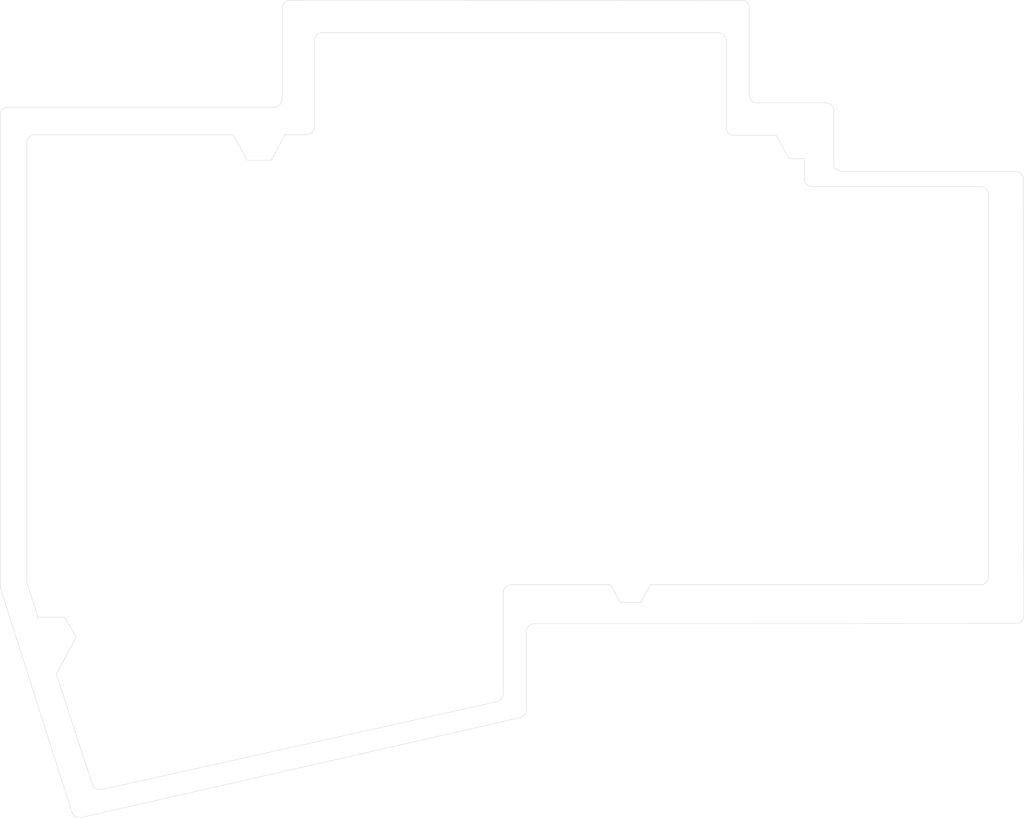
<source format=kicad_pcb>
(kicad_pcb
	(version 20241229)
	(generator "pcbnew")
	(generator_version "9.0")
	(general
		(thickness 1.6)
		(legacy_teardrops no)
	)
	(paper "A4")
	(layers
		(0 "F.Cu" signal)
		(2 "B.Cu" signal)
		(9 "F.Adhes" user "F.Adhesive")
		(11 "B.Adhes" user "B.Adhesive")
		(13 "F.Paste" user)
		(15 "B.Paste" user)
		(5 "F.SilkS" user "F.Silkscreen")
		(7 "B.SilkS" user "B.Silkscreen")
		(1 "F.Mask" user)
		(3 "B.Mask" user)
		(17 "Dwgs.User" user "User.Drawings")
		(19 "Cmts.User" user "User.Comments")
		(21 "Eco1.User" user "User.Eco1")
		(23 "Eco2.User" user "User.Eco2")
		(25 "Edge.Cuts" user)
		(27 "Margin" user)
		(31 "F.CrtYd" user "F.Courtyard")
		(29 "B.CrtYd" user "B.Courtyard")
		(35 "F.Fab" user)
		(33 "B.Fab" user)
		(39 "User.1" user)
		(41 "User.2" user)
		(43 "User.3" user)
		(45 "User.4" user)
	)
	(setup
		(pad_to_mask_clearance 0)
		(allow_soldermask_bridges_in_footprints no)
		(tenting front back)
		(pcbplotparams
			(layerselection 0x00000000_00000000_55555555_57555570)
			(plot_on_all_layers_selection 0x00000000_00000000_00000000_02000000)
			(disableapertmacros no)
			(usegerberextensions no)
			(usegerberattributes yes)
			(usegerberadvancedattributes yes)
			(creategerberjobfile no)
			(dashed_line_dash_ratio 12.000000)
			(dashed_line_gap_ratio 3.000000)
			(svgprecision 4)
			(plotframeref no)
			(mode 1)
			(useauxorigin no)
			(hpglpennumber 1)
			(hpglpenspeed 20)
			(hpglpendiameter 15.000000)
			(pdf_front_fp_property_popups yes)
			(pdf_back_fp_property_popups yes)
			(pdf_metadata yes)
			(pdf_single_document no)
			(dxfpolygonmode yes)
			(dxfimperialunits yes)
			(dxfusepcbnewfont yes)
			(psnegative no)
			(psa4output no)
			(plot_black_and_white yes)
			(plotinvisibletext no)
			(sketchpadsonfab no)
			(plotpadnumbers no)
			(hidednponfab no)
			(sketchdnponfab yes)
			(crossoutdnponfab yes)
			(subtractmaskfromsilk no)
			(outputformat 4)
			(mirror no)
			(drillshape 0)
			(scaleselection 1)
			(outputdirectory "../order_anymany/")
		)
	)
	(net 0 "")
	(gr_line
		(start 78.365651 61.1375)
		(end 44.965858 61.1375)
		(stroke
			(width 0.05)
			(type default)
		)
		(layer "Edge.Cuts")
		(uuid "00595814-4d6b-4d9a-a446-f5e6d3e638c3")
	)
	(gr_arc
		(start 149.6 69.2)
		(mid 148.892893 68.907107)
		(end 148.6 68.2)
		(stroke
			(width 0.05)
			(type default)
		)
		(layer "Edge.Cuts")
		(uuid "04274d0d-b19e-47d3-8b75-6b1a320b0067")
	)
	(gr_line
		(start 143 67.6)
		(end 144.9 67.6)
		(stroke
			(width 0.05)
			(type default)
		)
		(layer "Edge.Cuts")
		(uuid "04f26966-d356-4db1-931a-dc4775e4481c")
	)
	(gr_line
		(start 80.36523 47.737079)
		(end 136.999574 47.712933)
		(stroke
			(width 0.05)
			(type default)
		)
		(layer "Edge.Cuts")
		(uuid "0b00b1b0-4b65-462b-9b30-dcdd126b3533")
	)
	(gr_line
		(start 167 71.1)
		(end 145.9 71.1)
		(stroke
			(width 0.05)
			(type default)
		)
		(layer "Edge.Cuts")
		(uuid "14fdef0c-7c9e-4ba6-ae35-6692fa7662f7")
	)
	(gr_line
		(start 78 67.8)
		(end 79.7 64.6)
		(stroke
			(width 0.05)
			(type default)
		)
		(layer "Edge.Cuts")
		(uuid "1675cb08-a62d-4ff7-acee-07a5aae5b71d")
	)
	(gr_line
		(start 121.8 123.3)
		(end 124.4 123.3)
		(stroke
			(width 0.05)
			(type default)
		)
		(layer "Edge.Cuts")
		(uuid "1c67ab4b-1c96-42d7-a8da-6917ee434cff")
	)
	(gr_line
		(start 83.4 52.8)
		(end 83.4 63.6)
		(stroke
			(width 0.05)
			(type default)
		)
		(layer "Edge.Cuts")
		(uuid "21f31455-a352-409d-9437-f7a2abd3381a")
	)
	(gr_line
		(start 73.2 64.6)
		(end 48.3 64.6)
		(stroke
			(width 0.05)
			(type default)
		)
		(layer "Edge.Cuts")
		(uuid "236d2e5a-0cbe-414d-9363-a70cdf968df6")
	)
	(gr_line
		(start 125.6 121.1)
		(end 167 121.1)
		(stroke
			(width 0.05)
			(type default)
		)
		(layer "Edge.Cuts")
		(uuid "26b2f642-9127-4419-b463-3bd50c4cdc0d")
	)
	(gr_arc
		(start 110 126.999389)
		(mid 110.292681 126.292505)
		(end 110.999389 125.99939)
		(stroke
			(width 0.05)
			(type default)
		)
		(layer "Edge.Cuts")
		(uuid "29ecd84e-fea9-4562-8af9-a4378fc1ddce")
	)
	(gr_arc
		(start 167 71.1)
		(mid 167.707107 71.392893)
		(end 168 72.1)
		(stroke
			(width 0.05)
			(type default)
		)
		(layer "Edge.Cuts")
		(uuid "2a703e74-8bd2-4626-86e8-c7078a36857d")
	)
	(gr_arc
		(start 54.139956 150.312491)
		(mid 53.412897 150.199695)
		(end 52.959724 149.62005)
		(stroke
			(width 0.05)
			(type default)
		)
		(layer "Edge.Cuts")
		(uuid "2b2461b2-d952-4d0b-94a1-ce4ab81a0b5a")
	)
	(gr_line
		(start 52.1 125.2)
		(end 53.5 127.7)
		(stroke
			(width 0.05)
			(type default)
		)
		(layer "Edge.Cuts")
		(uuid "36254e76-0979-4bc3-afb6-e2822719289c")
	)
	(gr_arc
		(start 43.965858 62.137707)
		(mid 44.258682 61.430487)
		(end 44.965858 61.1375)
		(stroke
			(width 0.05)
			(type default)
		)
		(layer "Edge.Cuts")
		(uuid "3c83ce3f-2817-4c66-b0c0-2cc1443d2869")
	)
	(gr_line
		(start 120.6 121.1)
		(end 108.1 121.1)
		(stroke
			(width 0.05)
			(type default)
		)
		(layer "Edge.Cuts")
		(uuid "3d703996-8da1-4c77-9085-efcb1495ca01")
	)
	(gr_arc
		(start 145.9 71.1)
		(mid 145.192893 70.807107)
		(end 144.9 70.1)
		(stroke
			(width 0.05)
			(type default)
		)
		(layer "Edge.Cuts")
		(uuid "3e3db66e-deca-4c2c-95db-79d2a3134f03")
	)
	(gr_line
		(start 139 60.6)
		(end 147.6 60.6)
		(stroke
			(width 0.05)
			(type default)
		)
		(layer "Edge.Cuts")
		(uuid "43d8873a-a658-4ce6-9cb4-49e4d2349d7f")
	)
	(gr_line
		(start 54.139956 150.312491)
		(end 109.221904 137.777077)
		(stroke
			(width 0.05)
			(type default)
		)
		(layer "Edge.Cuts")
		(uuid "44d659dd-5fd5-4942-b5a4-bbfba04cb953")
	)
	(gr_line
		(start 47.3 65.6)
		(end 47.3 120.8)
		(stroke
			(width 0.05)
			(type default)
		)
		(layer "Edge.Cuts")
		(uuid "455d5c43-b320-4c28-a2aa-5edd37773e51")
	)
	(gr_line
		(start 56.68662 146.802973)
		(end 106.316931 135.774015)
		(stroke
			(width 0.05)
			(type default)
		)
		(layer "Edge.Cuts")
		(uuid "46410906-9705-4592-9a04-187cb6449bbb")
	)
	(gr_line
		(start 110 136.802009)
		(end 110 126.999389)
		(stroke
			(width 0.05)
			(type default)
		)
		(layer "Edge.Cuts")
		(uuid "49c93c09-d809-43d9-b516-ae89a76c56fc")
	)
	(gr_arc
		(start 79.365651 60.1375)
		(mid 79.072755 60.844589)
		(end 78.365651 61.1375)
		(stroke
			(width 0.05)
			(type default)
		)
		(layer "Edge.Cuts")
		(uuid "4cc9d989-1323-4b20-af6a-76084b916d62")
	)
	(gr_line
		(start 172.4014 70.198599)
		(end 172.478151 124.9625)
		(stroke
			(width 0.05)
			(type default)
		)
		(layer "Edge.Cuts")
		(uuid "5abef449-3cf4-4d7d-b2ae-8a0686e87d10")
	)
	(gr_line
		(start 120.6 121.1)
		(end 121.8 123.3)
		(stroke
			(width 0.05)
			(type default)
		)
		(layer "Edge.Cuts")
		(uuid "5caac77c-10f8-4c45-8dcd-f427bb09996a")
	)
	(gr_line
		(start 141.4 64.7)
		(end 143 67.6)
		(stroke
			(width 0.05)
			(type default)
		)
		(layer "Edge.Cuts")
		(uuid "5cc72ba9-a933-4787-8239-969c0b0081d7")
	)
	(gr_arc
		(start 168 120.1)
		(mid 167.707107 120.807107)
		(end 167 121.1)
		(stroke
			(width 0.05)
			(type default)
		)
		(layer "Edge.Cuts")
		(uuid "5da9ff0d-b2ae-4d4b-9b48-c38055887fcc")
	)
	(gr_line
		(start 73.2 64.6)
		(end 75 67.8)
		(stroke
			(width 0.05)
			(type default)
		)
		(layer "Edge.Cuts")
		(uuid "5e36a611-42ae-4df3-aade-55dc876e41cf")
	)
	(gr_line
		(start 51.012616 132.295892)
		(end 55.518819 146.136372)
		(stroke
			(width 0.05)
			(type default)
		)
		(layer "Edge.Cuts")
		(uuid "6a5d158c-d827-48eb-9c80-d10acc3423fa")
	)
	(gr_line
		(start 107.1 134.797828)
		(end 107.1 122.1)
		(stroke
			(width 0.05)
			(type default)
		)
		(layer "Edge.Cuts")
		(uuid "7004c7ea-fc57-4ae3-8dfe-ca219ee6757d")
	)
	(gr_line
		(start 79.365651 48.737079)
		(end 79.365651 60.1375)
		(stroke
			(width 0.05)
			(type default)
		)
		(layer "Edge.Cuts")
		(uuid "7fa6ad4d-210b-4961-abdc-cf006c29ea8a")
	)
	(gr_line
		(start 47.3 120.8)
		(end 48.710265 125.196708)
		(stroke
			(width 0.05)
			(type default)
		)
		(layer "Edge.Cuts")
		(uuid "82eca472-1fe4-468c-85a6-1b7072752aa8")
	)
	(gr_line
		(start 148.6 61.6)
		(end 148.6 68.2)
		(stroke
			(width 0.05)
			(type default)
		)
		(layer "Edge.Cuts")
		(uuid "84946ec4-1a03-4c53-ba64-080052b6ad12")
	)
	(gr_arc
		(start 79.365651 48.737079)
		(mid 79.658406 48.030153)
		(end 80.36523 47.737079)
		(stroke
			(width 0.05)
			(type default)
		)
		(layer "Edge.Cuts")
		(uuid "84a1a03f-274a-4622-bc97-7d3495dcea62")
	)
	(gr_arc
		(start 139 60.6)
		(mid 138.292893 60.307107)
		(end 138 59.6)
		(stroke
			(width 0.05)
			(type default)
		)
		(layer "Edge.Cuts")
		(uuid "9064ff41-a7ed-4b71-8d35-b045f3922879")
	)
	(gr_line
		(start 75 67.8)
		(end 78 67.8)
		(stroke
			(width 0.05)
			(type default)
		)
		(layer "Edge.Cuts")
		(uuid "935e3c91-1d51-4c8e-8c42-0c1c9f97ced0")
	)
	(gr_line
		(start 82.4 64.6)
		(end 79.7 64.6)
		(stroke
			(width 0.05)
			(type default)
		)
		(layer "Edge.Cuts")
		(uuid "95ed9c76-e0a2-413a-852e-952d058ded16")
	)
	(gr_arc
		(start 56.68662 146.802973)
		(mid 55.973959 146.695252)
		(end 55.518819 146.136372)
		(stroke
			(width 0.05)
			(type default)
		)
		(layer "Edge.Cuts")
		(uuid "97c5bd6e-022c-4bbd-bb6e-bb1f6e7e04cf")
	)
	(gr_line
		(start 134.1 51.8)
		(end 84.4 51.8)
		(stroke
			(width 0.05)
			(type default)
		)
		(layer "Edge.Cuts")
		(uuid "a3543df8-8360-4b41-892a-df067fcd64ea")
	)
	(gr_arc
		(start 44.025412 121.610664)
		(mid 43.990032 121.46065)
		(end 43.978119 121.306981)
		(stroke
			(width 0.05)
			(type default)
		)
		(layer "Edge.Cuts")
		(uuid "a72cf43c-5363-4df8-bc86-d759060f1deb")
	)
	(gr_arc
		(start 172.478151 124.9625)
		(mid 172.185258 125.669607)
		(end 171.478151 125.9625)
		(stroke
			(width 0.05)
			(type default)
		)
		(layer "Edge.Cuts")
		(uuid "abdfb4ad-a621-45ef-bb3b-0fc45a350c6b")
	)
	(gr_arc
		(start 107.1 134.797828)
		(mid 106.880031 135.42354)
		(end 106.316931 135.774015)
		(stroke
			(width 0.05)
			(type default)
		)
		(layer "Edge.Cuts")
		(uuid "af67304a-9ad3-40c7-b651-aba783c45f6b")
	)
	(gr_line
		(start 138 48.712932)
		(end 138 59.6)
		(stroke
			(width 0.05)
			(type default)
		)
		(layer "Edge.Cuts")
		(uuid "b255395e-e8ef-4f86-a850-28c06df0b19d")
	)
	(gr_line
		(start 53.5 127.7)
		(end 51.012616 132.295892)
		(stroke
			(width 0.05)
			(type default)
		)
		(layer "Edge.Cuts")
		(uuid "b3e4b81a-7fb8-4786-94e5-0471892d5f08")
	)
	(gr_line
		(start 168 120.1)
		(end 168 72.1)
		(stroke
			(width 0.05)
			(type default)
		)
		(layer "Edge.Cuts")
		(uuid "b7ad49fb-8cd8-43d0-84cf-c0bda3924194")
	)
	(gr_arc
		(start 110 136.802009)
		(mid 109.781631 137.425741)
		(end 109.221904 137.777077)
		(stroke
			(width 0.05)
			(type default)
		)
		(layer "Edge.Cuts")
		(uuid "b82c5d44-2219-41a6-8b2f-5a94645abcda")
	)
	(gr_arc
		(start 134.1 51.8)
		(mid 134.807107 52.092893)
		(end 135.1 52.8)
		(stroke
			(width 0.05)
			(type default)
		)
		(layer "Edge.Cuts")
		(uuid "b94c96fa-71eb-4848-862a-d71a34c95922")
	)
	(gr_arc
		(start 83.4 63.6)
		(mid 83.107107 64.307107)
		(end 82.4 64.6)
		(stroke
			(width 0.05)
			(type default)
		)
		(layer "Edge.Cuts")
		(uuid "be758f65-ff19-4759-80fe-ddc6136f4f46")
	)
	(gr_arc
		(start 136.999574 47.712933)
		(mid 137.706956 48.005675)
		(end 138 48.712932)
		(stroke
			(width 0.05)
			(type default)
		)
		(layer "Edge.Cuts")
		(uuid "bedc0b29-75e4-4740-94f1-1055286a0efc")
	)
	(gr_arc
		(start 107.1 122.1)
		(mid 107.392893 121.392893)
		(end 108.1 121.1)
		(stroke
			(width 0.05)
			(type default)
		)
		(layer "Edge.Cuts")
		(uuid "bee99053-6b8a-4a4d-82b7-3b157fb02517")
	)
	(gr_arc
		(start 47.3 65.6)
		(mid 47.592893 64.892893)
		(end 48.3 64.6)
		(stroke
			(width 0.05)
			(type default)
		)
		(layer "Edge.Cuts")
		(uuid "c0639484-a282-4384-8516-c1690eea1e61")
	)
	(gr_line
		(start 48.710265 125.196708)
		(end 52.1 125.2)
		(stroke
			(width 0.05)
			(type default)
		)
		(layer "Edge.Cuts")
		(uuid "c36735d0-cac7-4827-baff-959cfa46834a")
	)
	(gr_line
		(start 149.6 69.2)
		(end 171.401401 69.2)
		(stroke
			(width 0.05)
			(type default)
		)
		(layer "Edge.Cuts")
		(uuid "c75cbe63-14fb-4c08-a41a-4d051e624c6c")
	)
	(gr_line
		(start 44.025412 121.610664)
		(end 52.959724 149.62005)
		(stroke
			(width 0.05)
			(type default)
		)
		(layer "Edge.Cuts")
		(uuid "ca1a20d1-b198-4690-ac24-103694fdfb3c")
	)
	(gr_line
		(start 43.965858 62.137707)
		(end 43.978119 121.306981)
		(stroke
			(width 0.05)
			(type default)
		)
		(layer "Edge.Cuts")
		(uuid "cac5da83-b261-40c2-9f18-b386f2d197b0")
	)
	(gr_arc
		(start 147.6 60.6)
		(mid 148.307107 60.892893)
		(end 148.6 61.6)
		(stroke
			(width 0.05)
			(type default)
		)
		(layer "Edge.Cuts")
		(uuid "caf65f7a-d20b-402a-9f8a-83f2d4fb6bec")
	)
	(gr_arc
		(start 83.4 52.8)
		(mid 83.692893 52.092893)
		(end 84.4 51.8)
		(stroke
			(width 0.05)
			(type default)
		)
		(layer "Edge.Cuts")
		(uuid "d873112c-bd95-402c-83c8-65e05d78ec02")
	)
	(gr_line
		(start 124.4 123.3)
		(end 125.6 121.1)
		(stroke
			(width 0.05)
			(type default)
		)
		(layer "Edge.Cuts")
		(uuid "d9ccddcb-f959-4807-b68b-f327d6e4f3de")
	)
	(gr_line
		(start 144.9 70.1)
		(end 144.9 67.6)
		(stroke
			(width 0.05)
			(type default)
		)
		(layer "Edge.Cuts")
		(uuid "e26f287c-4fc0-4a5b-bafd-150a2f9a267c")
	)
	(gr_line
		(start 141.4 64.7)
		(end 136.1 64.7)
		(stroke
			(width 0.05)
			(type default)
		)
		(layer "Edge.Cuts")
		(uuid "e5ba1d4f-70ba-4d4c-910a-b0b3657ddaa6")
	)
	(gr_arc
		(start 136.1 64.7)
		(mid 135.392893 64.407107)
		(end 135.1 63.7)
		(stroke
			(width 0.05)
			(type default)
		)
		(layer "Edge.Cuts")
		(uuid "f4219855-499c-4b0b-bedb-a6e9ef44c05e")
	)
	(gr_arc
		(start 171.401401 69.2)
		(mid 172.108012 69.492398)
		(end 172.4014 70.198599)
		(stroke
			(width 0.05)
			(type default)
		)
		(layer "Edge.Cuts")
		(uuid "f4b39afa-2a4b-41c6-b962-5dee55d056a3")
	)
	(gr_line
		(start 135.1 63.7)
		(end 135.1 52.8)
		(stroke
			(width 0.05)
			(type default)
		)
		(layer "Edge.Cuts")
		(uuid "f9079225-158a-4ee3-b5c8-64fff5a6448c")
	)
	(gr_line
		(start 110.999389 125.99939)
		(end 171.478151 125.96245)
		(stroke
			(width 0.05)
			(type default)
		)
		(layer "Edge.Cuts")
		(uuid "fa90bb97-580b-49f4-ac55-fd2cb5fadf9d")
	)
	(embedded_fonts no)
)

</source>
